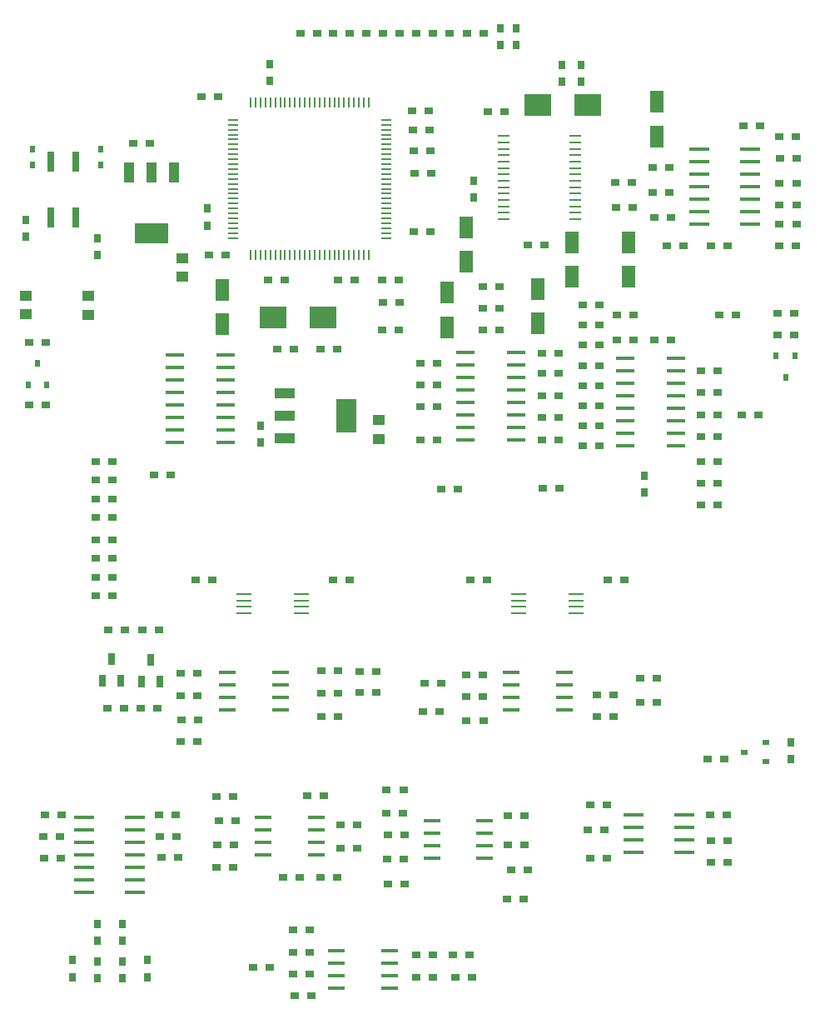
<source format=gtp>
G04 DipTrace 3.3.0.0*
G04 typhoon.GTP*
%MOIN*%
G04 #@! TF.FileFunction,Paste,Top*
G04 #@! TF.Part,Single*
%AMOUTLINE7*
4,1,4,
-0.002,-0.0195,
-0.002,0.0195,
0.002,0.0195,
0.002,-0.0195,
-0.002,-0.0195,
0*%
%AMOUTLINE10*
4,1,4,
0.0195,-0.002,
-0.0195,-0.002,
-0.0195,0.002,
0.0195,0.002,
0.0195,-0.002,
0*%
%ADD81R,0.062866X0.007748*%
%ADD83R,0.079X0.016*%
%ADD85R,0.03137X0.019559*%
%ADD87R,0.07074X0.015622*%
%ADD89R,0.078614X0.133732*%
%ADD91R,0.079992X0.039992*%
%ADD93R,0.019559X0.03137*%
%ADD95R,0.072X0.018*%
%ADD97R,0.133732X0.078614*%
%ADD99R,0.039992X0.079992*%
%ADD101R,0.078614X0.015622*%
%ADD103R,0.051055X0.007748*%
%ADD109R,0.03137X0.047118*%
%ADD111R,0.11011X0.086488*%
%ADD123R,0.019559X0.025465*%
%ADD125R,0.03137X0.078614*%
%ADD127R,0.051055X0.043181*%
%ADD129R,0.035307X0.03137*%
%ADD131R,0.054992X0.090425*%
%ADD133R,0.03137X0.035307*%
%ADD145OUTLINE7*%
%ADD148OUTLINE10*%
%FSLAX26Y26*%
G04*
G70*
G90*
G75*
G01*
G04 TopPaste*
%LPD*%
D133*
X1417071Y4233374D3*
Y4166445D3*
X2587105Y4231038D3*
Y4164109D3*
X2663835Y4231038D3*
Y4164109D3*
D131*
X2966603Y4081795D3*
Y3944000D3*
D129*
X1212567Y4102465D3*
X1145638D3*
X1987629Y4045235D3*
X2054558D3*
X2358532Y4044000D3*
X2291603D3*
X2056965Y3969123D3*
X1990036D3*
X3314548Y3986081D3*
X3381477D3*
X3525067Y3944000D3*
X3458138D3*
X869634Y3915555D3*
X936563D3*
X2949674Y3819000D3*
X3016603D3*
D133*
X2234594Y3766840D3*
Y3699911D3*
D129*
X2866603Y3758399D3*
X2799674D3*
X3526311Y3756500D3*
X3459382D3*
X3016603Y3719000D3*
X2949674D3*
D131*
X2204103Y3581500D3*
Y3443705D3*
D133*
X441603Y3544000D3*
Y3610929D3*
D131*
X2629103Y3520899D3*
Y3383104D3*
X2854103Y3520899D3*
Y3383104D3*
D129*
X1992991Y3561915D3*
X2059920D3*
D133*
X729103Y3535929D3*
Y3469000D3*
D129*
X2516603Y3508399D3*
X2449674D3*
X3250067Y3506500D3*
X3183138D3*
X3525067D3*
X3458138D3*
X1241603Y3469000D3*
X1174674D3*
D127*
X1066603Y3456500D3*
Y3381697D3*
D131*
X2491603Y3333119D3*
Y3195324D3*
X1229103Y3331500D3*
Y3193705D3*
X2129103Y3319000D3*
Y3181205D3*
D129*
X1867654Y3369531D3*
X1934583D3*
X1479103Y3369000D3*
X1412174D3*
X1691603D3*
X1758532D3*
X2337567Y3344000D3*
X2270638D3*
D127*
X441603Y3306500D3*
Y3231697D3*
X691603Y3231500D3*
Y3306303D3*
D129*
X1872007Y3279324D3*
X1938936D3*
X3449674Y3237307D3*
X3516603D3*
X2808138Y3230194D3*
X2875067D3*
X2270638Y3169000D3*
X2337567D3*
X3449674Y3149807D3*
X3516603D3*
X1514381Y3094000D3*
X1447452D3*
X1622452D3*
X1689381D3*
X2875067Y3130194D3*
X2808138D3*
X3025067D3*
X2958138D3*
X2575067Y3077465D3*
X2508138D3*
X2737567Y2947958D3*
X2670638D3*
X454103Y2869000D3*
X521032D3*
X3308138Y2831500D3*
X3375067D3*
D127*
X1854103Y2808478D3*
Y2733675D3*
D133*
X1380450Y2786251D3*
Y2719322D3*
D129*
X2087567Y2731500D3*
X2020638D3*
X2104914Y2531579D3*
X2171843D3*
X2577788Y2535228D3*
X2510859D3*
X954838Y2588340D3*
X1021767D3*
D133*
X2916603Y2519000D3*
Y2585929D3*
D129*
X1624674Y1805571D3*
X1691603D3*
X1127189Y1795850D3*
X1060260D3*
X2204103Y1704004D3*
X2271032D3*
X2796032Y1623992D3*
X2729103D3*
X2206101Y1608010D3*
X2273031D3*
X1061070Y1521954D3*
X1127999D3*
D133*
X3504103Y1519000D3*
Y1452071D3*
D129*
X516603Y1231500D3*
X583532D3*
X1041603D3*
X974674D3*
X3181914Y1229130D3*
X3248843D3*
X1213164Y1206500D3*
X1280094D3*
X1890605Y1149290D3*
X1957534D3*
X2370638Y1110535D3*
X2437567D3*
X1050067Y1060535D3*
X983138D3*
X579846Y1057924D3*
X512916D3*
X2699674Y1056500D3*
X2766603D3*
X1538338Y980235D3*
X1471408D3*
X1620898Y978860D3*
X1687827D3*
X1958759Y954605D3*
X1891830D3*
X1512174Y681500D3*
X1579103D3*
X2071032Y669000D3*
X2004103D3*
X1516603Y506500D3*
X1583532D3*
D125*
X541603Y3619000D3*
X641603D3*
Y3843803D3*
X541603D3*
D123*
X466603Y3894000D3*
Y3831008D3*
X741603Y3894000D3*
Y3831008D3*
D111*
X2491603Y4069000D3*
X2691230D3*
X1431092Y3219000D3*
X1630720D3*
D109*
X746965Y1765188D3*
X784366Y1851802D3*
X821768Y1765188D3*
X903080Y1763547D3*
X940482Y1850161D3*
X977884Y1763547D3*
D129*
X1607322Y4356160D3*
X1540393D3*
X1737994D3*
X1671065D3*
X1871817D3*
X1804887D3*
X1937798D3*
X2004727D3*
X2070075D3*
X2137004D3*
X2206844D3*
X2273773D3*
D133*
X2342264Y4375781D3*
Y4308852D3*
X2404103Y4375781D3*
Y4308852D3*
D129*
X1994191Y3885928D3*
X2061120D3*
X3459597Y3856500D3*
X3526527D3*
X1998231Y3797934D3*
X2065160D3*
X3526220Y3669000D3*
X3459290D3*
X2804103Y3658399D3*
X2871032D3*
D133*
X1167663Y3588068D3*
Y3654997D3*
D129*
X2958138Y3619000D3*
X3025067D3*
X3459382Y3594000D3*
X3526311D3*
X3075067Y3506500D3*
X3008138D3*
X2737567Y3269000D3*
X2670638D3*
X2337567Y3256500D3*
X2270638D3*
X3216603Y3231500D3*
X3283532D3*
X1866603Y3169000D3*
X1933532D3*
X2670638Y3188743D3*
X2737567D3*
X521032Y3119000D3*
X454103D3*
X2737567Y3108480D3*
X2670638D3*
X2087567Y3037445D3*
X2020638D3*
X3145638Y3006500D3*
X3212567D3*
X2575067Y2998035D3*
X2508138D3*
X2737567Y3028219D3*
X2670638D3*
X2020638Y2949945D3*
X2087567D3*
X3212567Y2919000D3*
X3145638D3*
X2508138Y2906500D3*
X2575067D3*
X2087567Y2862445D3*
X2020638D3*
X3212567Y2831500D3*
X3145638D3*
X2575067Y2819000D3*
X2508138D3*
X2670638Y2867697D3*
X2737567D3*
X3145638Y2744000D3*
X3212567D3*
X2575067Y2731500D3*
X2508138D3*
X2737567Y2787436D3*
X2670638D3*
X720638Y2644000D3*
X787567D3*
X2737567Y2707175D3*
X2670638D3*
X3145638Y2644000D3*
X3212567D3*
X720638Y2569000D3*
X787567D3*
X3145638Y2556500D3*
X3212567D3*
X720638Y2494000D3*
X787567D3*
X3212567Y2469000D3*
X3145638D3*
X720638Y2419000D3*
X787567D3*
X720638Y2331500D3*
X787567D3*
X720638Y2256500D3*
X787567D3*
X720638Y2181500D3*
X787567D3*
X720638Y2106500D3*
X787567D3*
X839346Y1970881D3*
X772416D3*
X973947Y1969560D3*
X907017D3*
X1845626Y1803134D3*
X1778697D3*
X2204103Y1791504D3*
X2271032D3*
X2966603Y1777340D3*
X2899674D3*
X2036342Y1755171D3*
X2103271D3*
X1846032Y1719000D3*
X1779103D3*
X1624674Y1718071D3*
X1691603D3*
X2796032Y1711492D3*
X2729103D3*
X1127189Y1705168D3*
X1060260D3*
X2968717Y1680008D3*
X2901788D3*
X833188Y1657096D3*
X766259D3*
X969126Y1656093D3*
X902197D3*
X2032584Y1642173D3*
X2099513D3*
X1690008Y1622909D3*
X1623079D3*
X1063441Y1610745D3*
X1130370D3*
X3171742Y1452433D3*
X3238671D3*
X1953004Y1328882D3*
X1886075D3*
X1566603Y1306500D3*
X1633532D3*
X1271629Y1302465D3*
X1204700D3*
X2699674Y1269000D3*
X2766603D3*
X1951115Y1235167D3*
X1884185D3*
X2437567Y1227465D3*
X2370638D3*
X1766985Y1191554D3*
X1700055D3*
X2691603Y1169000D3*
X2758532D3*
X579103Y1144000D3*
X512174D3*
X979103D3*
X1046032D3*
X3183138Y1127465D3*
X3250067D3*
X1208138Y1110535D3*
X1275067D3*
X1701548Y1095970D3*
X1768477D3*
X1888510Y1051681D3*
X1955439D3*
X3250067Y1039965D3*
X3183138D3*
X1204103Y1019000D3*
X1271032D3*
X2383138Y1010535D3*
X2450067D3*
X2366603Y894000D3*
X2433532D3*
D133*
X729103Y794000D3*
Y727071D3*
X829103Y794000D3*
Y727071D3*
D129*
X1512174Y769000D3*
X1579103D3*
X2216603Y669000D3*
X2149674D3*
D133*
X629103Y581500D3*
Y648429D3*
X929103Y581500D3*
Y648429D3*
X729103Y644000D3*
Y577071D3*
X829103Y644000D3*
Y577071D3*
D129*
X1349674Y619000D3*
X1416603D3*
X1579103Y594000D3*
X1512174D3*
X2071032Y581500D3*
X2004103D3*
X2229103D3*
X2162174D3*
X1187567Y2169000D3*
X1120638D3*
X2770638D3*
X2837567D3*
X2287567D3*
X2220638D3*
X1670638D3*
X1737567D3*
D145*
X1341603Y3469000D3*
X1361288D3*
X1380973D3*
X1400658D3*
X1420343D3*
X1440028D3*
X1459713D3*
X1479398D3*
X1499083D3*
X1518768D3*
X1538453D3*
X1558138D3*
X1577823D3*
X1597508D3*
X1617193D3*
X1636878D3*
X1656563D3*
X1676248D3*
X1695933D3*
X1715618D3*
X1735304D3*
X1754989D3*
X1774674D3*
X1794359D3*
X1814044D3*
D148*
X1882941Y3537898D3*
Y3557583D3*
Y3577268D3*
Y3596953D3*
Y3616638D3*
Y3636323D3*
Y3656008D3*
Y3675693D3*
Y3695378D3*
Y3715063D3*
Y3734748D3*
Y3754433D3*
Y3774118D3*
Y3793803D3*
Y3813488D3*
Y3833173D3*
Y3852858D3*
Y3872543D3*
Y3892228D3*
Y3911913D3*
Y3931598D3*
Y3951283D3*
Y3970969D3*
Y3990654D3*
Y4010339D3*
D145*
X1814044Y4079236D3*
X1794359D3*
X1774674D3*
X1754989D3*
X1735304D3*
X1715618D3*
X1695933D3*
X1676248D3*
X1656563D3*
X1636878D3*
X1617193D3*
X1597508D3*
X1577823D3*
X1558138D3*
X1538453D3*
X1518768D3*
X1499083D3*
X1479398D3*
X1459713D3*
X1440028D3*
X1420343D3*
X1400658D3*
X1380973D3*
X1361288D3*
X1341603D3*
D148*
X1272705Y4010339D3*
Y3990654D3*
Y3970969D3*
Y3951283D3*
Y3931598D3*
Y3911913D3*
Y3892228D3*
Y3872543D3*
Y3852858D3*
Y3833173D3*
Y3813488D3*
Y3793803D3*
Y3774118D3*
Y3754433D3*
Y3734748D3*
Y3715063D3*
Y3695378D3*
Y3675693D3*
Y3656008D3*
Y3636323D3*
Y3616638D3*
Y3596953D3*
Y3577268D3*
Y3557583D3*
Y3537898D3*
D103*
X2354103Y3945899D3*
Y3920308D3*
Y3894717D3*
Y3869126D3*
Y3843535D3*
Y3817946D3*
Y3792356D3*
Y3766764D3*
Y3741173D3*
Y3715583D3*
Y3689993D3*
Y3664403D3*
Y3638811D3*
Y3613220D3*
X2639536D3*
Y3638811D3*
Y3664403D3*
Y3689993D3*
Y3715583D3*
Y3741173D3*
Y3766764D3*
Y3792356D3*
Y3817946D3*
Y3843535D3*
Y3869126D3*
Y3894717D3*
Y3920308D3*
Y3945899D3*
D101*
X3341603Y3594000D3*
Y3644000D3*
Y3694000D3*
Y3744000D3*
Y3794000D3*
Y3844000D3*
Y3894000D3*
X3136877D3*
Y3844000D3*
Y3794000D3*
Y3744000D3*
Y3694000D3*
Y3644000D3*
Y3594000D3*
D99*
X1036071Y3800517D3*
X945087D3*
X854103D3*
D97*
X945087Y3556500D3*
D95*
X2406103Y2731500D3*
X2202103D3*
X2406103Y2781500D3*
Y2831500D3*
X2202103Y2781500D3*
Y2831500D3*
X2406103Y2881500D3*
X2202103D3*
X2406103Y2931500D3*
X2202103D3*
X2406103Y2981500D3*
Y3031500D3*
X2202103Y2981500D3*
Y3031500D3*
X2406103Y3081500D3*
X2202103D3*
D93*
X3520540Y3068114D3*
X3445737D3*
X3483138Y2981500D3*
X450166Y2950693D3*
X524969D3*
X487567Y3037307D3*
D95*
X1241603Y2720984D3*
X1037603D3*
X1241603Y2770984D3*
Y2820984D3*
X1037603Y2770984D3*
Y2820984D3*
X1241603Y2870984D3*
X1037603D3*
X1241603Y2920984D3*
X1037603D3*
X1241603Y2970984D3*
Y3020984D3*
X1037603Y2970984D3*
Y3020984D3*
X1241603Y3070984D3*
X1037603D3*
X3043603Y2705194D3*
X2839603D3*
X3043603Y2755194D3*
Y2805194D3*
X2839603Y2755194D3*
Y2805194D3*
X3043603Y2855194D3*
X2839603D3*
X3043603Y2905194D3*
X2839603D3*
X3043603Y2955194D3*
Y3005194D3*
X2839603Y2955194D3*
Y3005194D3*
X3043603Y3055194D3*
X2839603D3*
D91*
X1479103Y2918159D3*
Y2827175D3*
Y2736190D3*
D89*
X1723120Y2827175D3*
D87*
X1460402Y1650299D3*
Y1700299D3*
Y1750299D3*
Y1800299D3*
X1247804D3*
Y1750299D3*
Y1700299D3*
Y1650299D3*
X2597902D3*
Y1700299D3*
Y1750299D3*
Y1800299D3*
X2385304D3*
Y1750299D3*
Y1700299D3*
Y1650299D3*
D85*
X3404103Y1444000D3*
Y1518803D3*
X3317489Y1481402D3*
D83*
X3079103Y1081500D3*
Y1131500D3*
Y1181500D3*
Y1231500D3*
X2873104D3*
Y1181500D3*
Y1131500D3*
Y1081500D3*
D87*
X1604103Y1069000D3*
Y1119000D3*
Y1169000D3*
Y1219000D3*
X1391504D3*
Y1169000D3*
Y1119000D3*
Y1069000D3*
D101*
X879103Y919000D3*
Y969000D3*
Y1019000D3*
Y1069000D3*
Y1119000D3*
Y1169000D3*
Y1219000D3*
X674377D3*
Y1169000D3*
Y1119000D3*
Y1069000D3*
Y1019000D3*
Y969000D3*
Y919000D3*
D87*
X2279103Y1056500D3*
Y1106500D3*
Y1156500D3*
Y1206500D3*
X2066504D3*
Y1156500D3*
Y1106500D3*
Y1056500D3*
X1897902Y537799D3*
Y587799D3*
Y637799D3*
Y687799D3*
X1685304D3*
Y637799D3*
Y587799D3*
Y537799D3*
D81*
X1543276Y2036865D3*
Y2062455D3*
Y2088046D3*
Y2113636D3*
X1314929D3*
Y2088046D3*
Y2062455D3*
Y2036865D3*
X2643276D3*
Y2062455D3*
Y2088046D3*
Y2113636D3*
X2414929D3*
Y2088046D3*
Y2062455D3*
Y2036865D3*
M02*

</source>
